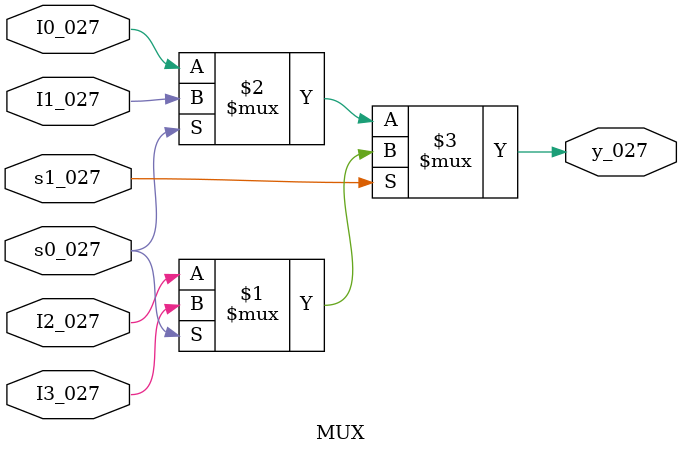
<source format=v>
`timescale 1ns / 1ps



module MUX(
	input I0_027, I1_027, I2_027, I3_027, s1_027, s0_027,
	output y_027
);
	assign y_027 = s1_027 ? (s0_027 ? I3_027 : I2_027) : (s0_027 ? I1_027 : I0_027);
endmodule


</source>
